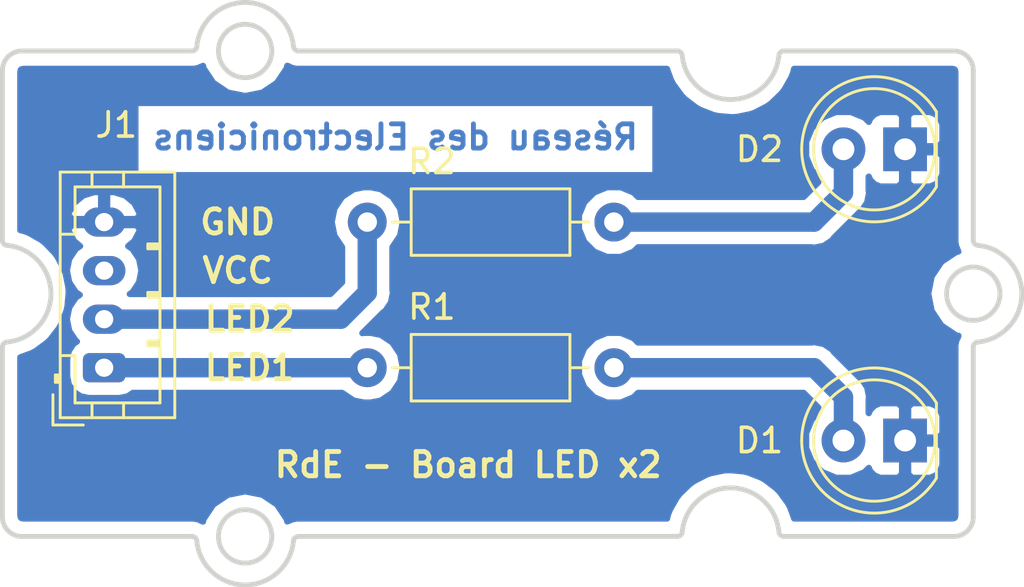
<source format=kicad_pcb>
(kicad_pcb (version 20211014) (generator pcbnew)
  (title_block (title "Demo board LED Grove x2") (date "2022-05-29") (rev "1.1") (company "Réseau des Electroniciens") (comment 1 "Arnauld Biganzoli"))
  (layers (0 "F.Cu" signal) (31 "B.Cu" signal) (34 "B.Paste" user) (35 "F.Paste" user) (36 "B.SilkS" user "B.Silkscreen") (37 "F.SilkS" user "F.Silkscreen") (38 "B.Mask" user) (39 "F.Mask" user) (44 "Edge.Cuts" user))
  (net 0 "")
  (net 1 "Net-(D1-Pad1)")
  (net 2 "Net-(D1-Pad2)")
  (net 3 "Net-(D2-Pad2)")
  (net 4 "Net-(J1-Pad1)")
  (net 5 "Net-(J1-Pad2)")
  (footprint "LED_THT:LED_D5.0mm" (layer "F.Cu") (at 168 106 180)
    (fp_text reference "D1" (at 6 0) (layer "F.SilkS"))
    (fp_text value "LED")
    (fp_line (start -1.29 -1.545) (end -1.29 1.545) (layer "F.SilkS") (width 0.12))
    (fp_arc (start 4.26 -0.000462) (mid 2.072002 2.880433) (end -1.29 1.54483) (layer "F.SilkS") (width 0.12))
    (fp_arc (start -1.29 -1.54483) (mid 2.072002 -2.880433) (end 4.26 0.000462) (layer "F.SilkS") (width 0.12))
    (fp_circle (center 1.27 0) (end 3.77 0) (layer "F.SilkS") (width 0.12) (fill none))
    (pad "1" thru_hole rect (at 0 0 180) (size 1.8 1.8) (drill 0.9) (layers *.Cu *.Mask) (net 1 "Net-(D1-Pad1)"))
    (pad "2" thru_hole circle (at 2.54 0 180) (size 1.8 1.8) (drill 0.9) (layers *.Cu *.Mask) (net 2 "Net-(D1-Pad2)"))
  )
  (footprint "LED_THT:LED_D5.0mm" (layer "F.Cu") (at 168 94 180)
    (fp_text reference "D2" (at 6 0) (layer "F.SilkS"))
    (fp_text value "LED")
    (fp_line (start -1.29 -1.545) (end -1.29 1.545) (layer "F.SilkS") (width 0.12))
    (fp_arc (start 4.26 -0.000462) (mid 2.072002 2.880433) (end -1.29 1.54483) (layer "F.SilkS") (width 0.12))
    (fp_arc (start -1.29 -1.54483) (mid 2.072002 -2.880433) (end 4.26 0.000462) (layer "F.SilkS") (width 0.12))
    (fp_circle (center 1.27 0) (end 3.77 0) (layer "F.SilkS") (width 0.12) (fill none))
    (pad "1" thru_hole rect (at 0 0 180) (size 1.8 1.8) (drill 0.9) (layers *.Cu *.Mask) (net 1 "Net-(D1-Pad1)"))
    (pad "2" thru_hole circle (at 2.54 0 180) (size 1.8 1.8) (drill 0.9) (layers *.Cu *.Mask) (net 3 "Net-(D2-Pad2)"))
  )
  (footprint "Connector_JST:JST_PH_B4B-PH-K_1x04_P2.00mm_Vertical" (layer "F.Cu") (at 135 103 90)
    (fp_text reference "J1" (at 10 0.5 180) (layer "F.SilkS"))
    (fp_text value "GROVE")
    (fp_line (start 4.9 1.8) (end 5.1 1.8) (layer "F.SilkS") (width 0.12))
    (fp_line (start 2.9 1.8) (end 3.1 1.8) (layer "F.SilkS") (width 0.12))
    (fp_line (start 8.06 -0.5) (end 7.45 -0.5) (layer "F.SilkS") (width 0.12))
    (fp_line (start -0.3 -2.01) (end -0.6 -2.01) (layer "F.SilkS") (width 0.12))
    (fp_line (start 7.45 2.3) (end 7.45 -1.2) (layer "F.SilkS") (width 0.12))
    (fp_line (start -1.45 -1.2) (end -1.45 2.3) (layer "F.SilkS") (width 0.12))
    (fp_line (start 5.1 1.8) (end 5.1 2.3) (layer "F.SilkS") (width 0.12))
    (fp_line (start -0.6 -2.01) (end -0.6 -1.81) (layer "F.SilkS") (width 0.12))
    (fp_line (start 3.1 1.8) (end 3.1 2.3) (layer "F.SilkS") (width 0.12))
    (fp_line (start 3 2.3) (end 3 1.8) (layer "F.SilkS") (width 0.12))
    (fp_line (start 0.9 1.8) (end 1.1 1.8) (layer "F.SilkS") (width 0.12))
    (fp_line (start 0.9 2.3) (end 0.9 1.8) (layer "F.SilkS") (width 0.12))
    (fp_line (start -0.3 -1.81) (end -0.3 -2.01) (layer "F.SilkS") (width 0.12))
    (fp_line (start -2.36 -2.11) (end -2.36 -0.86) (layer "F.SilkS") (width 0.12))
    (fp_line (start 2.9 2.3) (end 2.9 1.8) (layer "F.SilkS") (width 0.12))
    (fp_line (start -1.11 -2.11) (end -2.36 -2.11) (layer "F.SilkS") (width 0.12))
    (fp_line (start 5 2.3) (end 5 1.8) (layer "F.SilkS") (width 0.12))
    (fp_line (start -2.06 2.91) (end 8.06 2.91) (layer "F.SilkS") (width 0.12))
    (fp_line (start 5.5 -1.2) (end 5.5 -1.81) (layer "F.SilkS") (width 0.12))
    (fp_line (start 1.1 1.8) (end 1.1 2.3) (layer "F.SilkS") (width 0.12))
    (fp_line (start 0.5 -1.81) (end 0.5 -1.2) (layer "F.SilkS") (width 0.12))
    (fp_line (start -2.06 0.8) (end -1.45 0.8) (layer "F.SilkS") (width 0.12))
    (fp_line (start -2.06 -0.5) (end -1.45 -0.5) (layer "F.SilkS") (width 0.12))
    (fp_line (start 8.06 -1.81) (end -2.06 -1.81) (layer "F.SilkS") (width 0.12))
    (fp_line (start -1.45 2.3) (end 7.45 2.3) (layer "F.SilkS") (width 0.12))
    (fp_line (start 0.5 -1.2) (end -1.45 -1.2) (layer "F.SilkS") (width 0.12))
    (fp_line (start 1 2.3) (end 1 1.8) (layer "F.SilkS") (width 0.12))
    (fp_line (start -0.3 -1.91) (end -0.6 -1.91) (layer "F.SilkS") (width 0.12))
    (fp_line (start 8.06 0.8) (end 7.45 0.8) (layer "F.SilkS") (width 0.12))
    (fp_line (start 4.9 2.3) (end 4.9 1.8) (layer "F.SilkS") (width 0.12))
    (fp_line (start 7.45 -1.2) (end 5.5 -1.2) (layer "F.SilkS") (width 0.12))
    (fp_line (start -2.06 -1.81) (end -2.06 2.91) (layer "F.SilkS") (width 0.12))
    (fp_line (start 8.06 2.91) (end 8.06 -1.81) (layer "F.SilkS") (width 0.12))
    (pad "1" thru_hole roundrect (at 0 0 90) (size 1.2 1.75) (drill 0.75) (layers *.Cu *.Mask) (roundrect_rratio 0.208333) (net 4 "Net-(J1-Pad1)"))
    (pad "2" thru_hole oval (at 2 0 90) (size 1.2 1.75) (drill 0.75) (layers *.Cu *.Mask) (net 5 "Net-(J1-Pad2)"))
    (pad "3" thru_hole oval (at 4 0 90) (size 1.2 1.75) (drill 0.75) (layers *.Cu *.Mask))
    (pad "4" thru_hole oval (at 6 0 90) (size 1.2 1.75) (drill 0.75) (layers *.Cu *.Mask) (net 1 "Net-(D1-Pad1)"))
  )
  (footprint "Resistor_THT:R_Axial_DIN0207_L6.3mm_D2.5mm_P10.16mm_Horizontal" (layer "F.Cu") (at 156 97 180)
    (fp_text reference "R2" (at 7.5 2.5 180) (layer "F.SilkS"))
    (fp_text value "220")
    (fp_line (start 1.81 -1.37) (end 1.81 1.37) (layer "F.SilkS") (width 0.12))
    (fp_line (start 8.35 -1.37) (end 1.81 -1.37) (layer "F.SilkS") (width 0.12))
    (fp_line (start 1.04 0) (end 1.81 0) (layer "F.SilkS") (width 0.12))
    (fp_line (start 1.81 1.37) (end 8.35 1.37) (layer "F.SilkS") (width 0.12))
    (fp_line (start 9.12 0) (end 8.35 0) (layer "F.SilkS") (width 0.12))
    (fp_line (start 8.35 1.37) (end 8.35 -1.37) (layer "F.SilkS") (width 0.12))
    (pad "1" thru_hole circle (at 0 0 180) (size 1.6 1.6) (drill 0.8) (layers *.Cu *.Mask) (net 3 "Net-(D2-Pad2)"))
    (pad "2" thru_hole oval (at 10.16 0 180) (size 1.6 1.6) (drill 0.8) (layers *.Cu *.Mask) (net 5 "Net-(J1-Pad2)"))
  )
  (footprint "Resistor_THT:R_Axial_DIN0207_L6.3mm_D2.5mm_P10.16mm_Horizontal" (layer "F.Cu") (at 156 103 180)
    (fp_text reference "R1" (at 7.5 2.5 180) (layer "F.SilkS"))
    (fp_text value "220")
    (fp_line (start 9.12 0) (end 8.35 0) (layer "F.SilkS") (width 0.12))
    (fp_line (start 8.35 -1.37) (end 1.81 -1.37) (layer "F.SilkS") (width 0.12))
    (fp_line (start 1.81 1.37) (end 8.35 1.37) (layer "F.SilkS") (width 0.12))
    (fp_line (start 1.04 0) (end 1.81 0) (layer "F.SilkS") (width 0.12))
    (fp_line (start 8.35 1.37) (end 8.35 -1.37) (layer "F.SilkS") (width 0.12))
    (fp_line (start 1.81 -1.37) (end 1.81 1.37) (layer "F.SilkS") (width 0.12))
    (pad "1" thru_hole circle (at 0 0 180) (size 1.6 1.6) (drill 0.8) (layers *.Cu *.Mask) (net 2 "Net-(D1-Pad2)"))
    (pad "2" thru_hole oval (at 10.16 0 180) (size 1.6 1.6) (drill 0.8) (layers *.Cu *.Mask) (net 4 "Net-(J1-Pad1)"))
  )
  (gr_arc (start 170.990928 97.958282) (mid 170.8614 97.89395) (end 170.80911 97.75911) (layer "Edge.Cuts") (width 0.2))
  (gr_line (start 170.80911 97.75911) (end 170.80911 90.75) (layer "Edge.Cuts") (width 0.2))
  (gr_arc (start 170.00911 89.95) (mid 170.574795 90.184315) (end 170.80911 90.75) (layer "Edge.Cuts") (width 0.2))
  (gr_arc (start 170.80911 102.14089) (mid 170.8614 102.00605) (end 170.990928 101.941718) (layer "Edge.Cuts") (width 0.2))
  (gr_arc (start 130.990928 97.958282) (mid 130.8614 97.89395) (end 130.80911 97.75911) (layer "Edge.Cuts") (width 0.2))
  (gr_arc (start 130.80911 102.14089) (mid 130.8614 102.00605) (end 130.990928 101.941718) (layer "Edge.Cuts") (width 0.2))
  (gr_line (start 138.618219 89.95) (end 131.60911 89.95) (layer "Edge.Cuts") (width 0.2))
  (gr_arc (start 131.60911 109.95) (mid 131.043425 109.715685) (end 130.80911 109.15) (layer "Edge.Cuts") (width 0.2))
  (gr_line (start 130.80911 102.14089) (end 130.80911 109.15) (layer "Edge.Cuts") (width 0.2))
  (gr_arc (start 142.800829 110.131818) (mid 140.80911 111.950001) (end 138.817391 110.131818) (layer "Edge.Cuts") (width 0.2))
  (gr_line (start 131.60911 109.95) (end 138.618219 109.95) (layer "Edge.Cuts") (width 0.2))
  (gr_line (start 143 109.95) (end 158.618219 109.95) (layer "Edge.Cuts") (width 0.2))
  (gr_line (start 170.80911 109.15) (end 170.80911 102.14089) (layer "Edge.Cuts") (width 0.2))
  (gr_arc (start 170.80911 109.15) (mid 170.574795 109.715685) (end 170.00911 109.95) (layer "Edge.Cuts") (width 0.2))
  (gr_arc (start 170.990928 97.958282) (mid 172.80911 99.95) (end 170.990928 101.941718) (layer "Edge.Cuts") (width 0.2))
  (gr_arc (start 130.80911 90.75) (mid 131.043425 90.184315) (end 131.60911 89.95) (layer "Edge.Cuts") (width 0.2))
  (gr_arc (start 138.618219 109.95) (mid 138.753059 110.00229) (end 138.817391 110.131818) (layer "Edge.Cuts") (width 0.2))
  (gr_arc (start 142.800828 110.131818) (mid 142.86516 110.00229) (end 143 109.95) (layer "Edge.Cuts") (width 0.2))
  (gr_line (start 130.80911 90.75) (end 130.80911 97.75911) (layer "Edge.Cuts") (width 0.2))
  (gr_arc (start 130.990928 97.958282) (mid 132.80911 99.95) (end 130.990928 101.941718) (layer "Edge.Cuts") (width 0.2))
  (gr_arc (start 158.817391 109.768182) (mid 158.753059 109.89771) (end 158.618219 109.95) (layer "Edge.Cuts") (width 0.2))
  (gr_arc (start 138.817392 89.768182) (mid 140.80911 87.95) (end 142.800828 89.768182) (layer "Edge.Cuts") (width 0.2))
  (gr_arc (start 138.817391 89.768182) (mid 138.753059 89.89771) (end 138.618219 89.95) (layer "Edge.Cuts") (width 0.2))
  (gr_arc (start 158.817392 109.768182) (mid 160.80911 107.95) (end 162.800828 109.768182) (layer "Edge.Cuts") (width 0.2))
  (gr_arc (start 163 109.95) (mid 162.86516 109.89771) (end 162.800828 109.768182) (layer "Edge.Cuts") (width 0.2))
  (gr_circle (center 170.80911 99.95) (end 171.90911 99.95) (layer "Edge.Cuts") (width 0.2) (fill none))
  (gr_line (start 158.618219 89.95) (end 143 89.95) (layer "Edge.Cuts") (width 0.2))
  (gr_arc (start 162.800829 90.131818) (mid 160.80911 91.950001) (end 158.817391 90.131818) (layer "Edge.Cuts") (width 0.2))
  (gr_circle (center 140.80911 109.95) (end 141.90911 109.95) (layer "Edge.Cuts") (width 0.2) (fill none))
  (gr_circle (center 140.80911 89.95) (end 141.90911 89.95) (layer "Edge.Cuts") (width 0.2) (fill none))
  (gr_arc (start 162.800828 90.131818) (mid 162.86516 90.00229) (end 163 89.95) (layer "Edge.Cuts") (width 0.2))
  (gr_line (start 170.00911 89.95) (end 163 89.95) (layer "Edge.Cuts") (width 0.2))
  (gr_arc (start 158.618219 89.95) (mid 158.753059 90.00229) (end 158.817391 90.131818) (layer "Edge.Cuts") (width 0.2))
  (gr_arc (start 143 89.95) (mid 142.86516 89.89771) (end 142.800828 89.768182) (layer "Edge.Cuts") (width 0.2))
  (gr_line (start 163 109.95) (end 170.00911 109.95) (layer "Edge.Cuts") (width 0.2))
  (gr_text "Réseau des Electroniciens" (at 147 93.5) (layer "B.Cu") (effects (font (size 1 1) (thickness 0.2)) (justify mirror)))
  (gr_text "LED2" (at 141 101) (layer "F.SilkS") (effects (font (size 1 1) (thickness 0.2))))
  (gr_text "LED1" (at 141 103) (layer "F.SilkS") (effects (font (size 1 1) (thickness 0.2))))
  (gr_text "RdE - Board LED x2" (at 150 107) (layer "F.SilkS") (effects (font (size 1 1) (thickness 0.2))))
  (gr_text "VCC" (at 140.5 99) (layer "F.SilkS") (effects (font (size 1 1) (thickness 0.2))))
  (gr_text "GND" (at 140.5 97) (layer "F.SilkS") (effects (font (size 1 1) (thickness 0.2))))
  (segment (start 156 103) (end 164.25 103) (width 0.8) (layer "B.Cu") (net 2))
  (segment (start 165.46 104.21) (end 165.46 106) (width 0.8) (layer "B.Cu") (net 2))
  (segment (start 164.25 103) (end 165.46 104.21) (width 0.8) (layer "B.Cu") (net 2))
  (segment (start 164.25 97) (end 165.46 95.79) (width 0.8) (layer "B.Cu") (net 3))
  (segment (start 165.46 95.79) (end 165.46 94) (width 0.8) (layer "B.Cu") (net 3))
  (segment (start 156 97) (end 164.25 97) (width 0.8) (layer "B.Cu") (net 3))
  (segment (start 135 103) (end 145.84 103) (width 0.8) (layer "B.Cu") (net 4))
  (segment (start 145.84 99.91) (end 145.84 97) (width 0.8) (layer "B.Cu") (net 5))
  (segment (start 135 101) (end 144.75 101) (width 0.8) (layer "B.Cu") (net 5))
  (segment (start 144.75 101) (end 145.84 99.91) (width 0.8) (layer "B.Cu") (net 5))
  (zone (net 1) (net_name "Net-(D1-Pad1)") (layer "B.Cu") (connect_pads (clearance 0.508)) (min_thickness 0.254) (fill yes (thermal_gap 0.508) (thermal_bridge_width 0.508))
    (polygon (pts (xy 131 90) (xy 171 90) (xy 171 110) (xy 131 110) (xy 131 109)))
  )
)
</source>
